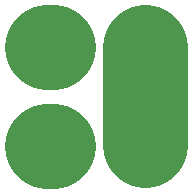
<source format=gbs>
%TF.GenerationSoftware,KiCad,Pcbnew,4.0.5-e0-6337~49~ubuntu16.04.1*%
%TF.CreationDate,2017-03-19T11:20:50-07:00*%
%TF.ProjectId,2x2-Slide-Switch-CL-SB-SMT,3278322D536C6964652D537769746368,1.0*%
%TF.FileFunction,Soldermask,Bot*%
%FSLAX46Y46*%
G04 Gerber Fmt 4.6, Leading zero omitted, Abs format (unit mm)*
G04 Created by KiCad (PCBNEW 4.0.5-e0-6337~49~ubuntu16.04.1) date Sun Mar 19 11:20:50 2017*
%MOMM*%
%LPD*%
G01*
G04 APERTURE LIST*
%ADD10C,0.350000*%
%ADD11C,0.500000*%
%ADD12C,7.200000*%
G04 APERTURE END LIST*
D10*
D11*
X15815040Y-35877500D02*
X15815040Y-27114500D01*
D12*
X7813040Y-27368500D02*
X8282940Y-27381200D01*
X16069040Y-35687000D02*
X16069040Y-27368500D01*
X7838440Y-35725100D02*
X8308340Y-35737800D01*
D10*
G36*
X8146083Y-32995507D02*
X8639055Y-33096700D01*
X9102996Y-33291723D01*
X9520215Y-33573141D01*
X9874828Y-33930237D01*
X10153325Y-34349410D01*
X10345102Y-34814695D01*
X10442783Y-35308022D01*
X10442783Y-35308032D01*
X10442850Y-35308371D01*
X10434824Y-35883186D01*
X10434747Y-35883524D01*
X10434747Y-35883533D01*
X10323329Y-36373942D01*
X10118638Y-36833687D01*
X9828542Y-37244922D01*
X9464096Y-37591980D01*
X9039182Y-37861639D01*
X8569980Y-38043630D01*
X8074371Y-38131020D01*
X7571221Y-38120480D01*
X7079701Y-38012412D01*
X6618534Y-37810933D01*
X6205287Y-37523719D01*
X5855694Y-37161705D01*
X5583075Y-36738682D01*
X5397811Y-36270759D01*
X5306965Y-35775776D01*
X5313990Y-35272565D01*
X5418625Y-34780302D01*
X5616878Y-34317741D01*
X5901203Y-33902495D01*
X6260766Y-33550385D01*
X6681877Y-33274818D01*
X7148490Y-33086294D01*
X7642831Y-32991994D01*
X8146083Y-32995507D01*
X8146083Y-32995507D01*
G37*
G36*
X16146083Y-32995507D02*
X16639055Y-33096700D01*
X17102996Y-33291723D01*
X17520215Y-33573141D01*
X17874828Y-33930237D01*
X18153325Y-34349410D01*
X18345102Y-34814695D01*
X18442783Y-35308022D01*
X18442783Y-35308032D01*
X18442850Y-35308371D01*
X18434824Y-35883186D01*
X18434747Y-35883524D01*
X18434747Y-35883533D01*
X18323329Y-36373942D01*
X18118638Y-36833687D01*
X17828542Y-37244922D01*
X17464096Y-37591980D01*
X17039182Y-37861639D01*
X16569980Y-38043630D01*
X16074371Y-38131020D01*
X15571221Y-38120480D01*
X15079701Y-38012412D01*
X14618534Y-37810933D01*
X14205287Y-37523719D01*
X13855694Y-37161705D01*
X13583075Y-36738682D01*
X13397811Y-36270759D01*
X13306965Y-35775776D01*
X13313990Y-35272565D01*
X13418625Y-34780302D01*
X13616878Y-34317741D01*
X13901203Y-33902495D01*
X14260766Y-33550385D01*
X14681877Y-33274818D01*
X15148490Y-33086294D01*
X15642831Y-32991994D01*
X16146083Y-32995507D01*
X16146083Y-32995507D01*
G37*
G36*
X11159060Y-35776177D02*
X11239577Y-35792704D01*
X11315337Y-35824552D01*
X11383477Y-35870513D01*
X11441393Y-35928833D01*
X11486877Y-35997293D01*
X11518197Y-36073282D01*
X11534091Y-36153552D01*
X11534091Y-36153566D01*
X11534158Y-36153905D01*
X11532847Y-36247781D01*
X11532771Y-36248115D01*
X11532771Y-36248128D01*
X11514640Y-36327932D01*
X11481212Y-36403013D01*
X11433834Y-36470174D01*
X11374313Y-36526856D01*
X11304917Y-36570896D01*
X11228290Y-36600617D01*
X11147351Y-36614889D01*
X11065176Y-36613167D01*
X10984903Y-36595519D01*
X10909585Y-36562613D01*
X10842099Y-36515709D01*
X10785004Y-36456586D01*
X10740481Y-36387498D01*
X10710222Y-36311075D01*
X10695387Y-36230242D01*
X10696534Y-36148058D01*
X10713623Y-36067662D01*
X10746000Y-35992119D01*
X10792436Y-35924302D01*
X10851157Y-35866798D01*
X10919933Y-35821793D01*
X10996139Y-35791003D01*
X11076870Y-35775603D01*
X11159060Y-35776177D01*
X11159060Y-35776177D01*
G37*
G36*
X16620560Y-31140677D02*
X16701077Y-31157204D01*
X16776837Y-31189052D01*
X16844977Y-31235013D01*
X16902893Y-31293333D01*
X16948377Y-31361793D01*
X16979697Y-31437782D01*
X16995591Y-31518052D01*
X16995591Y-31518066D01*
X16995658Y-31518405D01*
X16994347Y-31612281D01*
X16994271Y-31612615D01*
X16994271Y-31612628D01*
X16976140Y-31692432D01*
X16942712Y-31767513D01*
X16895334Y-31834674D01*
X16835813Y-31891356D01*
X16766417Y-31935396D01*
X16689790Y-31965117D01*
X16608851Y-31979389D01*
X16526676Y-31977667D01*
X16446403Y-31960019D01*
X16371085Y-31927113D01*
X16303599Y-31880209D01*
X16246504Y-31821086D01*
X16201981Y-31751998D01*
X16171722Y-31675575D01*
X16156887Y-31594742D01*
X16158034Y-31512558D01*
X16175123Y-31432162D01*
X16207500Y-31356619D01*
X16253936Y-31288802D01*
X16312657Y-31231298D01*
X16381433Y-31186293D01*
X16457639Y-31155503D01*
X16538370Y-31140103D01*
X16620560Y-31140677D01*
X16620560Y-31140677D01*
G37*
G36*
X8146083Y-24995507D02*
X8639055Y-25096700D01*
X9102996Y-25291723D01*
X9520215Y-25573141D01*
X9874828Y-25930237D01*
X10153325Y-26349410D01*
X10345102Y-26814695D01*
X10442783Y-27308022D01*
X10442783Y-27308032D01*
X10442850Y-27308371D01*
X10434824Y-27883186D01*
X10434747Y-27883524D01*
X10434747Y-27883533D01*
X10323329Y-28373942D01*
X10118638Y-28833687D01*
X9828542Y-29244922D01*
X9464096Y-29591980D01*
X9039182Y-29861639D01*
X8569980Y-30043630D01*
X8074371Y-30131020D01*
X7571221Y-30120480D01*
X7079701Y-30012412D01*
X6618534Y-29810933D01*
X6205287Y-29523719D01*
X5855694Y-29161705D01*
X5583075Y-28738682D01*
X5397811Y-28270759D01*
X5306965Y-27775776D01*
X5313990Y-27272565D01*
X5418625Y-26780302D01*
X5616878Y-26317741D01*
X5901203Y-25902495D01*
X6260766Y-25550385D01*
X6681877Y-25274818D01*
X7148490Y-25086294D01*
X7642831Y-24991994D01*
X8146083Y-24995507D01*
X8146083Y-24995507D01*
G37*
G36*
X16146083Y-24995507D02*
X16639055Y-25096700D01*
X17102996Y-25291723D01*
X17520215Y-25573141D01*
X17874828Y-25930237D01*
X18153325Y-26349410D01*
X18345102Y-26814695D01*
X18442783Y-27308022D01*
X18442783Y-27308032D01*
X18442850Y-27308371D01*
X18434824Y-27883186D01*
X18434747Y-27883524D01*
X18434747Y-27883533D01*
X18323329Y-28373942D01*
X18118638Y-28833687D01*
X17828542Y-29244922D01*
X17464096Y-29591980D01*
X17039182Y-29861639D01*
X16569980Y-30043630D01*
X16074371Y-30131020D01*
X15571221Y-30120480D01*
X15079701Y-30012412D01*
X14618534Y-29810933D01*
X14205287Y-29523719D01*
X13855694Y-29161705D01*
X13583075Y-28738682D01*
X13397811Y-28270759D01*
X13306965Y-27775776D01*
X13313990Y-27272565D01*
X13418625Y-26780302D01*
X13616878Y-26317741D01*
X13901203Y-25902495D01*
X14260766Y-25550385D01*
X14681877Y-25274818D01*
X15148490Y-25086294D01*
X15642831Y-24991994D01*
X16146083Y-24995507D01*
X16146083Y-24995507D01*
G37*
G36*
X11032060Y-26886177D02*
X11112577Y-26902704D01*
X11188337Y-26934552D01*
X11256477Y-26980513D01*
X11314393Y-27038833D01*
X11359877Y-27107293D01*
X11391197Y-27183282D01*
X11407091Y-27263552D01*
X11407091Y-27263566D01*
X11407158Y-27263905D01*
X11405847Y-27357781D01*
X11405771Y-27358115D01*
X11405771Y-27358128D01*
X11387640Y-27437932D01*
X11354212Y-27513013D01*
X11306834Y-27580174D01*
X11247313Y-27636856D01*
X11177917Y-27680896D01*
X11101290Y-27710617D01*
X11020351Y-27724889D01*
X10938176Y-27723167D01*
X10857903Y-27705519D01*
X10782585Y-27672613D01*
X10715099Y-27625709D01*
X10658004Y-27566586D01*
X10613481Y-27497498D01*
X10583222Y-27421075D01*
X10568387Y-27340242D01*
X10569534Y-27258058D01*
X10586623Y-27177662D01*
X10619000Y-27102119D01*
X10665436Y-27034302D01*
X10724157Y-26976798D01*
X10792933Y-26931793D01*
X10869139Y-26901003D01*
X10949870Y-26885603D01*
X11032060Y-26886177D01*
X11032060Y-26886177D01*
G37*
M02*

</source>
